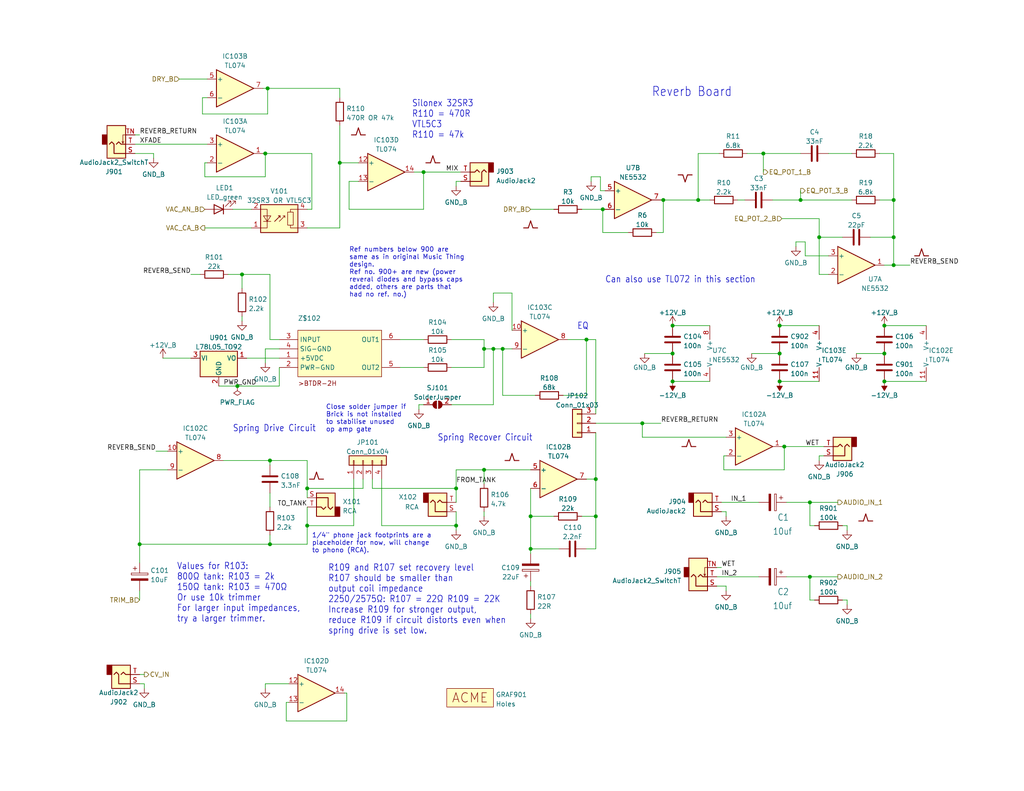
<source format=kicad_sch>
(kicad_sch (version 20211123) (generator eeschema)
  (paper "USLetter")
  (title_block (title "Spring Reverb Rev 2") (company "Music Thing Modular") (comment 1 "Kosmo version by Rich Holmes"))
  (lib_symbols
    (symbol "Amplifier_Operational:NE5532" (pin_names (offset 0.127))
      (property "Reference" "U" (at 0 5.08 0))
      (property "Value" "NE5532" (at 0 -5.08 0))
      (symbol "NE5532_1_1"
        (pin output line (at 7.62 0 180) (length 2.54) (name "~") (number "1"))
        (pin input line (at -7.62 -2.54 0) (length 2.54) (name "-") (number "2"))
        (pin input line (at -7.62 2.54 0) (length 2.54) (name "+") (number "3"))
      )
      (symbol "NE5532_2_1"
        (pin input line (at -7.62 2.54 0) (length 2.54) (name "+") (number "5"))
        (pin input line (at -7.62 -2.54 0) (length 2.54) (name "-") (number "6"))
        (pin output line (at 7.62 0 180) (length 2.54) (name "~") (number "7"))
      )
      (symbol "NE5532_3_1"
        (pin power_in line (at -2.54 -7.62 90) (length 3.81) (name "V-") (number "4"))
        (pin power_in line (at -2.54 7.62 270) (length 3.81) (name "V+") (number "8"))
      )
    )
    (symbol "Connector_Generic:Conn_01x03" (pin_names (offset 1.016) hide)
      (property "Reference" "J" (at 0 5.08 0))
      (property "Value" "Conn_01x03" (at 0 -5.08 0))
      (symbol "Conn_01x03_1_1"
        (pin passive line (at -5.08 2.54 0) (length 3.81) (name "Pin_1") (number "1"))
        (pin passive line (at -5.08 0 0) (length 3.81) (name "Pin_2") (number "2"))
        (pin passive line (at -5.08 -2.54 0) (length 3.81) (name "Pin_3") (number "3"))
      )
    )
    (symbol "Connector_Generic:Conn_01x04" (pin_names (offset 1.016) hide)
      (property "Reference" "J" (at 0 5.08 0))
      (property "Value" "Conn_01x04" (at 0 -7.62 0))
      (symbol "Conn_01x04_1_1"
        (pin passive line (at -5.08 2.54 0) (length 3.81) (name "Pin_1") (number "1"))
        (pin passive line (at -5.08 0 0) (length 3.81) (name "Pin_2") (number "2"))
        (pin passive line (at -5.08 -2.54 0) (length 3.81) (name "Pin_3") (number "3"))
        (pin passive line (at -5.08 -5.08 0) (length 3.81) (name "Pin_4") (number "4"))
      )
    )
    (symbol "Jumper:SolderJumper_2_Open" (pin_names (offset 0) hide)
      (property "Reference" "JP" (at 0 2.032 0))
      (property "Value" "SolderJumper_2_Open" (at 0 -2.54 0))
      (symbol "SolderJumper_2_Open_1_1"
        (pin passive line (at -3.81 0 0) (length 2.54) (name "A") (number "1"))
        (pin passive line (at 3.81 0 180) (length 2.54) (name "B") (number "2"))
      )
    )
    (symbol "SpringReverbRev2_combined-eagle-import:DOWN_PHASE_SPIKE")
    (symbol "SpringReverbRev2_combined-eagle-import:UP_PHASE_SPIKE")
    (symbol "aaaSpringReverb:+12V_B" (power) (pin_names (offset 0))
      (property "Value" "+12V_B" (at 0 3.556 0))
      (symbol "+12V_B_1_1"
        (pin power_in line (at 0 0 90) (length 0) hide (name "+12V_B") (number "1"))
      )
    )
    (symbol "aaaSpringReverb:-12V_B" (power) (pin_names (offset 0))
      (property "Value" "-12V_B" (at 0 3.81 0))
      (symbol "-12V_B_0_0"
        (pin power_in line (at 0 0 90) (length 0) hide (name "-12V_B") (number "1"))
      )
    )
    (symbol "aaaSpringReverb:BTDR-2H"
      (property "Reference" "Z$" (at -10.16 10.16 0))
      (symbol "BTDR-2H_1_0"
        (text ">BTDR-2H" (at -10.16 -7.62 0) (effects (font (size 1.27 1.27)) (justify left bottom)))
        (pin power_in line (at -15.24 0 0) (length 5.08) (name "+5VDC") (number "1"))
        (pin power_in line (at -15.24 -2.54 0) (length 5.08) (name "PWR-GND") (number "2"))
        (pin input line (at -15.24 5.08 0) (length 5.08) (name "INPUT") (number "3"))
        (pin power_in line (at -15.24 2.54 0) (length 5.08) (name "SIG-GND") (number "4"))
        (pin output line (at 17.78 -2.54 180) (length 5.08) (name "OUT2") (number "5"))
        (pin power_out line (at 17.78 5.08 180) (length 5.08) (name "OUT1") (number "6"))
      )
    )
    (symbol "aaaSpringReverb:GND_B" (power) (pin_names (offset 0))
      (property "Value" "GND_B" (at 0 -3.81 0))
      (symbol "GND_B_1_1"
        (pin power_in line (at 0 0 270) (length 0) hide (name "GND_B") (number "1"))
      )
    )
    (symbol "ao_symbols:AudioJack2"
      (property "Reference" "J" (at 0 8.89 0))
      (property "Value" "AudioJack2" (at 0 6.35 0))
      (symbol "AudioJack2_1_1"
        (pin passive line (at 5.08 2.54 180) (length 2.54) (name "~") (number "S"))
        (pin passive line (at 5.08 0 180) (length 2.54) (name "~") (number "T"))
      )
    )
    (symbol "ao_symbols:AudioJack2_SwitchT"
      (property "Reference" "J" (at 0 8.89 0))
      (property "Value" "AudioJack2_SwitchT" (at 0 6.35 0))
      (symbol "AudioJack2_SwitchT_1_1"
        (pin passive line (at 5.08 2.54 180) (length 2.54) (name "~") (number "S"))
        (pin passive line (at 5.08 0 180) (length 2.54) (name "~") (number "T"))
        (pin passive line (at 5.08 -2.54 180) (length 2.54) (name "~") (number "TN"))
      )
    )
    (symbol "ao_symbols:C" (pin_numbers hide) (pin_names (offset 0.254))
      (property "Reference" "C" (at 0.635 2.54 0))
      (property "Value" "C" (at 0.635 -2.54 0))
      (symbol "C_1_1"
        (pin passive line (at 0 3.81 270) (length 2.794) (name "~") (number "1"))
        (pin passive line (at 0 -3.81 90) (length 2.794) (name "~") (number "2"))
      )
    )
    (symbol "ao_symbols:CP" (pin_numbers hide) (pin_names (offset 0.254))
      (property "Reference" "C" (at 0.635 2.54 0))
      (property "Value" "CP" (at 0.635 -2.54 0))
      (symbol "CP_1_1"
        (pin passive line (at 0 3.81 270) (length 2.794) (name "~") (number "1"))
        (pin passive line (at 0 -3.81 90) (length 2.794) (name "~") (number "2"))
      )
    )
    (symbol "ao_symbols:Graphic" (pin_names (offset 1.016)) (in_bom no)
      (property "Reference" "GRAF" (at 0 -3.81 0))
      (property "Value" "Graphic" (at 0 3.81 0))
      (symbol "Graphic_0_0"
        (text "ACME" (at 0 0 0) (effects (font (size 2.54 2.54))))
      )
    )
    (symbol "ao_symbols:L78L05_TO92" (pin_names (offset 0.254))
      (property "Reference" "U" (at -3.81 3.175 0))
      (property "Value" "L78L05_TO92" (at 0 3.175 0))
      (symbol "L78L05_TO92_1_1"
        (pin power_out line (at 7.62 0 180) (length 2.54) (name "VO") (number "1"))
        (pin power_in line (at 0 -7.62 90) (length 2.54) (name "GND") (number "2"))
        (pin power_in line (at -7.62 0 0) (length 2.54) (name "VI") (number "3"))
      )
    )
    (symbol "ao_symbols:LED_green" (pin_numbers hide) (pin_names (offset 1.016) hide)
      (property "Reference" "D" (at 0 2.54 0))
      (property "Value" "LED_green" (at 0 -2.54 0))
      (symbol "LED_green_1_1"
        (pin passive line (at -3.81 0 0) (length 2.54) (name "K") (number "1"))
        (pin passive line (at 3.81 0 180) (length 2.54) (name "A") (number "2"))
      )
    )
    (symbol "ao_symbols:R" (pin_numbers hide) (pin_names (offset 0))
      (property "Reference" "R" (at 2.032 0 90))
      (property "Value" "R" (at 0 0 90))
      (symbol "R_1_1"
        (pin passive line (at 0 3.81 270) (length 1.27) (name "~") (number "1"))
        (pin passive line (at 0 -3.81 90) (length 1.27) (name "~") (number "2"))
      )
    )
    (symbol "ao_symbols:TL074" (pin_names (offset 0.127))
      (property "Reference" "U" (at 0 5.08 0))
      (property "Value" "TL074" (at 0 -5.08 0))
      (symbol "TL074_1_1"
        (pin output line (at 7.62 0 180) (length 2.54) (name "~") (number "1"))
        (pin input line (at -7.62 -2.54 0) (length 2.54) (name "-") (number "2"))
        (pin input line (at -7.62 2.54 0) (length 2.54) (name "+") (number "3"))
      )
      (symbol "TL074_2_1"
        (pin input line (at -7.62 2.54 0) (length 2.54) (name "+") (number "5"))
        (pin input line (at -7.62 -2.54 0) (length 2.54) (name "-") (number "6"))
        (pin output line (at 7.62 0 180) (length 2.54) (name "~") (number "7"))
      )
      (symbol "TL074_3_1"
        (pin input line (at -7.62 2.54 0) (length 2.54) (name "+") (number "10"))
        (pin output line (at 7.62 0 180) (length 2.54) (name "~") (number "8"))
        (pin input line (at -7.62 -2.54 0) (length 2.54) (name "-") (number "9"))
      )
      (symbol "TL074_4_1"
        (pin input line (at -7.62 2.54 0) (length 2.54) (name "+") (number "12"))
        (pin input line (at -7.62 -2.54 0) (length 2.54) (name "-") (number "13"))
        (pin output line (at 7.62 0 180) (length 2.54) (name "~") (number "14"))
      )
      (symbol "TL074_5_1"
        (pin power_in line (at -2.54 -7.62 90) (length 3.81) (name "V-") (number "11"))
        (pin power_in line (at -2.54 7.62 270) (length 3.81) (name "V+") (number "4"))
      )
    )
    (symbol "ao_symbols:Vactrol" (pin_names (offset 1.016) hide)
      (property "Reference" "U" (at 0 5.08 0))
      (property "Value" "Vactrol" (at 0 -5.08 0))
      (symbol "Vactrol_1_1"
        (pin passive line (at -7.62 2.54 0) (length 2.54) (name "-") (number "1"))
        (pin passive line (at -7.62 -2.54 0) (length 2.54) (name "+") (number "2"))
        (pin passive line (at 7.62 2.54 180) (length 2.54) (name "~") (number "3"))
        (pin passive line (at 7.62 -2.54 180) (length 2.54) (name "~") (number "4"))
      )
    )
    (symbol "power:PWR_FLAG" (power) (pin_numbers hide) (pin_names (offset 0) hide)
      (property "Value" "PWR_FLAG" (at 0 3.81 0))
      (symbol "PWR_FLAG_0_0"
        (pin power_out line (at 0 0 90) (length 0) (name "pwr") (number "1"))
      )
    )
  )
  (junction (at 183.515 96.52))
  (junction (at 132.08 95.25))
  (junction (at 183.515 88.9))
  (junction (at 175.26 115.57))
  (junction (at 241.3 88.9))
  (junction (at 144.78 149.86))
  (junction (at 212.725 104.14))
  (junction (at 124.46 143.51))
  (junction (at 72.39 41.91))
  (junction (at 38.1 148.59))
  (junction (at 223.52 64.77))
  (junction (at 243.84 54.61))
  (junction (at 180.975 54.61))
  (junction (at 64.77 105.41))
  (junction (at 137.16 95.25))
  (junction (at 134.62 95.25))
  (junction (at 144.78 140.97))
  (junction (at 164.465 57.15))
  (junction (at 212.725 96.52))
  (junction (at 212.725 88.9))
  (junction (at 162.56 130.81))
  (junction (at 73.66 125.73))
  (junction (at 83.82 143.51))
  (junction (at 160.02 92.71))
  (junction (at 220.98 157.48))
  (junction (at 73.66 148.59))
  (junction (at 66.04 74.93))
  (junction (at 162.56 140.97))
  (junction (at 132.08 128.27))
  (junction (at 213.995 121.92))
  (junction (at 115.57 46.99))
  (junction (at 83.82 133.35))
  (junction (at 220.98 137.16))
  (junction (at 92.71 44.45))
  (junction (at 190.5 54.61))
  (junction (at 183.515 104.14))
  (junction (at 218.44 54.61))
  (junction (at 241.3 96.52))
  (junction (at 243.84 72.39))
  (junction (at 124.46 133.35))
  (junction (at 241.3 104.14))
  (junction (at 208.28 41.91))
  (junction (at 73.025 24.13))
  (junction (at 243.84 64.77))
  (wire (pts (xy 62.23 74.93) (xy 66.04 74.93)))
  (wire (pts (xy 198.12 124.46) (xy 197.485 124.46)))
  (wire (pts (xy 158.75 140.97) (xy 162.56 140.97)))
  (wire (pts (xy 223.52 124.46) (xy 223.52 125.73)))
  (wire (pts (xy 72.39 95.25) (xy 72.39 99.06)))
  (wire (pts (xy 41.91 41.91) (xy 41.91 43.18)))
  (wire (pts (xy 252.73 88.9) (xy 241.3 88.9)))
  (wire (pts (xy 237.49 64.77) (xy 243.84 64.77)))
  (wire (pts (xy 218.44 52.07) (xy 218.44 54.61)))
  (wire (pts (xy 144.78 57.15) (xy 151.13 57.15)))
  (wire (pts (xy 124.46 133.35) (xy 124.46 128.27)))
  (wire (pts (xy 220.98 137.16) (xy 220.98 143.51)))
  (wire (pts (xy 55.88 48.26) (xy 72.39 48.26)))
  (wire (pts (xy 96.52 143.51) (xy 83.82 143.51)))
  (wire (pts (xy 218.44 54.61) (xy 210.82 54.61)))
  (wire (pts (xy 124.46 49.53) (xy 125.73 49.53)))
  (wire (pts (xy 101.6 133.35) (xy 124.46 133.35)))
  (wire (pts (xy 134.62 110.49) (xy 134.62 95.25)))
  (wire (pts (xy 139.7 95.25) (xy 137.16 95.25)))
  (wire (pts (xy 113.03 46.99) (xy 115.57 46.99)))
  (wire (pts (xy 124.46 137.16) (xy 124.46 133.35)))
  (wire (pts (xy 229.87 64.77) (xy 223.52 64.77)))
  (wire (pts (xy 218.44 54.61) (xy 232.41 54.61)))
  (wire (pts (xy 243.84 64.77) (xy 243.84 72.39)))
  (wire (pts (xy 160.02 92.71) (xy 162.56 92.71)))
  (wire (pts (xy 92.71 44.45) (xy 92.71 62.23)))
  (wire (pts (xy 180.34 115.57) (xy 175.26 115.57)))
  (wire (pts (xy 193.675 104.14) (xy 183.515 104.14)))
  (wire (pts (xy 83.82 62.23) (xy 92.71 62.23)))
  (wire (pts (xy 78.74 191.77) (xy 78.105 191.77)))
  (wire (pts (xy 83.82 138.43) (xy 83.82 143.51)))
  (wire (pts (xy 72.39 187.96) (xy 72.39 186.69)))
  (wire (pts (xy 124.46 128.27) (xy 132.08 128.27)))
  (wire (pts (xy 175.895 96.52) (xy 183.515 96.52)))
  (wire (pts (xy 208.28 46.99) (xy 208.28 41.91)))
  (wire (pts (xy 73.66 74.93) (xy 66.04 74.93)))
  (wire (pts (xy 193.675 88.9) (xy 183.515 88.9)))
  (wire (pts (xy 63.5 57.15) (xy 68.58 57.15)))
  (wire (pts (xy 134.62 80.01) (xy 134.62 82.55)))
  (wire (pts (xy 38.1 163.83) (xy 38.1 161.29)))
  (wire (pts (xy 160.02 130.81) (xy 162.56 130.81)))
  (wire (pts (xy 144.78 140.97) (xy 144.78 133.35)))
  (wire (pts (xy 198.12 160.02) (xy 195.58 160.02)))
  (wire (pts (xy 214.63 157.48) (xy 220.98 157.48)))
  (wire (pts (xy 179.07 63.5) (xy 180.975 63.5)))
  (wire (pts (xy 248.285 72.39) (xy 243.84 72.39)))
  (wire (pts (xy 164.465 63.5) (xy 164.465 57.15)))
  (wire (pts (xy 139.7 80.01) (xy 134.62 80.01)))
  (wire (pts (xy 104.14 130.81) (xy 104.14 143.51)))
  (wire (pts (xy 104.14 143.51) (xy 124.46 143.51)))
  (wire (pts (xy 213.995 128.27) (xy 213.995 121.92)))
  (wire (pts (xy 39.37 184.15) (xy 38.1 184.15)))
  (wire (pts (xy 55.88 62.23) (xy 68.58 62.23)))
  (wire (pts (xy 224.79 124.46) (xy 223.52 124.46)))
  (wire (pts (xy 72.39 41.91) (xy 71.755 41.91)))
  (wire (pts (xy 52.07 74.93) (xy 54.61 74.93)))
  (wire (pts (xy 83.82 133.35) (xy 83.82 135.89)))
  (wire (pts (xy 220.98 137.16) (xy 228.6 137.16)))
  (wire (pts (xy 66.04 86.36) (xy 66.04 87.63)))
  (wire (pts (xy 180.34 54.61) (xy 180.975 54.61)))
  (wire (pts (xy 96.52 130.81) (xy 96.52 143.51)))
  (wire (pts (xy 99.06 130.81) (xy 99.06 133.35)))
  (wire (pts (xy 229.87 163.83) (xy 231.14 163.83)))
  (wire (pts (xy 76.2 100.33) (xy 76.2 105.41)))
  (wire (pts (xy 252.73 104.14) (xy 241.3 104.14)))
  (wire (pts (xy 60.96 125.73) (xy 73.66 125.73)))
  (wire (pts (xy 213.995 121.92) (xy 224.79 121.92)))
  (wire (pts (xy 223.52 59.69) (xy 223.52 64.77)))
  (wire (pts (xy 132.08 128.27) (xy 144.78 128.27)))
  (wire (pts (xy 162.56 92.71) (xy 162.56 113.03)))
  (wire (pts (xy 137.16 95.25) (xy 137.16 107.95)))
  (wire (pts (xy 73.66 127) (xy 73.66 125.73)))
  (wire (pts (xy 205.105 96.52) (xy 212.725 96.52)))
  (wire (pts (xy 132.08 95.25) (xy 132.08 100.33)))
  (wire (pts (xy 78.105 196.85) (xy 94.615 196.85)))
  (wire (pts (xy 219.71 69.85) (xy 226.06 69.85)))
  (wire (pts (xy 144.78 167.64) (xy 144.78 168.91)))
  (wire (pts (xy 48.895 21.59) (xy 56.515 21.59)))
  (wire (pts (xy 39.37 186.69) (xy 39.37 187.96)))
  (wire (pts (xy 114.3 110.49) (xy 115.57 110.49)))
  (wire (pts (xy 154.94 92.71) (xy 160.02 92.71)))
  (wire (pts (xy 56.515 44.45) (xy 55.88 44.45)))
  (wire (pts (xy 95.25 57.15) (xy 95.25 49.53)))
  (wire (pts (xy 72.39 48.26) (xy 72.39 41.91)))
  (wire (pts (xy 175.26 119.38) (xy 175.26 115.57)))
  (wire (pts (xy 160.02 107.95) (xy 160.02 92.71)))
  (wire (pts (xy 144.78 160.02) (xy 144.78 158.75)))
  (wire (pts (xy 161.29 48.26) (xy 163.83 48.26)))
  (wire (pts (xy 226.06 41.91) (xy 232.41 41.91)))
  (wire (pts (xy 198.12 160.02) (xy 198.12 161.29)))
  (wire (pts (xy 163.83 48.26) (xy 163.83 52.07)))
  (wire (pts (xy 213.36 59.69) (xy 223.52 59.69)))
  (wire (pts (xy 139.7 90.17) (xy 139.7 80.01)))
  (wire (pts (xy 124.46 49.53) (xy 124.46 50.8)))
  (wire (pts (xy 214.63 137.16) (xy 220.98 137.16)))
  (wire (pts (xy 99.06 133.35) (xy 83.82 133.35)))
  (wire (pts (xy 132.08 128.27) (xy 132.08 132.08)))
  (wire (pts (xy 114.3 111.76) (xy 114.3 110.49)))
  (wire (pts (xy 94.615 189.23) (xy 93.98 189.23)))
  (wire (pts (xy 175.26 115.57) (xy 162.56 115.57)))
  (wire (pts (xy 197.485 128.27) (xy 213.995 128.27)))
  (wire (pts (xy 55.245 26.67) (xy 55.245 31.115)))
  (wire (pts (xy 115.57 57.15) (xy 115.57 46.99)))
  (wire (pts (xy 213.995 121.92) (xy 213.36 121.92)))
  (wire (pts (xy 73.66 92.71) (xy 73.66 74.93)))
  (wire (pts (xy 55.88 44.45) (xy 55.88 48.26)))
  (wire (pts (xy 198.12 139.7) (xy 196.85 139.7)))
  (wire (pts (xy 42.545 123.19) (xy 45.72 123.19)))
  (wire (pts (xy 73.66 138.43) (xy 73.66 134.62)))
  (wire (pts (xy 243.84 54.61) (xy 243.84 64.77)))
  (wire (pts (xy 73.025 31.115) (xy 73.025 24.13)))
  (wire (pts (xy 73.66 146.05) (xy 73.66 148.59)))
  (wire (pts (xy 220.98 157.48) (xy 220.98 163.83)))
  (wire (pts (xy 73.025 24.13) (xy 92.71 24.13)))
  (wire (pts (xy 164.465 63.5) (xy 171.45 63.5)))
  (wire (pts (xy 144.78 149.86) (xy 144.78 140.97)))
  (wire (pts (xy 73.66 148.59) (xy 38.1 148.59)))
  (wire (pts (xy 101.6 130.81) (xy 101.6 133.35)))
  (wire (pts (xy 115.57 46.99) (xy 125.73 46.99)))
  (wire (pts (xy 223.52 104.14) (xy 212.725 104.14)))
  (wire (pts (xy 201.295 54.61) (xy 203.2 54.61)))
  (wire (pts (xy 92.71 34.29) (xy 92.71 44.45)))
  (wire (pts (xy 72.39 186.69) (xy 78.74 186.69)))
  (wire (pts (xy 38.1 128.27) (xy 38.1 148.59)))
  (wire (pts (xy 85.09 57.15) (xy 83.82 57.15)))
  (wire (pts (xy 72.39 95.25) (xy 76.2 95.25)))
  (wire (pts (xy 231.14 143.51) (xy 231.14 144.78)))
  (wire (pts (xy 132.08 95.25) (xy 134.62 95.25)))
  (wire (pts (xy 83.82 143.51) (xy 83.82 148.59)))
  (wire (pts (xy 45.72 128.27) (xy 38.1 128.27)))
  (wire (pts (xy 223.52 88.9) (xy 212.725 88.9)))
  (wire (pts (xy 123.19 110.49) (xy 134.62 110.49)))
  (wire (pts (xy 39.37 186.69) (xy 38.1 186.69)))
  (wire (pts (xy 195.58 154.94) (xy 196.85 154.94)))
  (wire (pts (xy 132.08 92.71) (xy 132.08 95.25)))
  (wire (pts (xy 162.56 130.81) (xy 162.56 118.11)))
  (wire (pts (xy 195.58 157.48) (xy 207.01 157.48)))
  (wire (pts (xy 190.5 54.61) (xy 190.5 41.91)))
  (wire (pts (xy 243.84 54.61) (xy 243.84 41.91)))
  (wire (pts (xy 124.46 144.78) (xy 124.46 143.51)))
  (wire (pts (xy 163.83 52.07) (xy 165.1 52.07)))
  (wire (pts (xy 71.755 24.13) (xy 73.025 24.13)))
  (wire (pts (xy 198.12 119.38) (xy 175.26 119.38)))
  (wire (pts (xy 144.78 151.13) (xy 144.78 149.86)))
  (wire (pts (xy 56.515 26.67) (xy 55.245 26.67)))
  (wire (pts (xy 219.71 66.04) (xy 219.71 69.85)))
  (wire (pts (xy 220.98 157.48) (xy 228.6 157.48)))
  (wire (pts (xy 158.75 57.15) (xy 164.465 57.15)))
  (wire (pts (xy 64.77 105.41) (xy 59.69 105.41)))
  (wire (pts (xy 240.03 54.61) (xy 243.84 54.61)))
  (wire (pts (xy 180.975 54.61) (xy 190.5 54.61)))
  (wire (pts (xy 196.85 137.16) (xy 207.01 137.16)))
  (wire (pts (xy 132.08 140.97) (xy 132.08 139.7)))
  (wire (pts (xy 153.67 107.95) (xy 160.02 107.95)))
  (wire (pts (xy 73.66 125.73) (xy 83.82 125.73)))
  (wire (pts (xy 92.71 44.45) (xy 97.79 44.45)))
  (wire (pts (xy 92.71 26.67) (xy 92.71 24.13)))
  (wire (pts (xy 231.14 165.1) (xy 231.14 163.83)))
  (wire (pts (xy 76.2 92.71) (xy 73.66 92.71)))
  (wire (pts (xy 85.09 41.91) (xy 85.09 57.15)))
  (wire (pts (xy 233.68 96.52) (xy 241.3 96.52)))
  (wire (pts (xy 180.975 63.5) (xy 180.975 54.61)))
  (wire (pts (xy 220.98 143.51) (xy 222.25 143.51)))
  (wire (pts (xy 220.98 163.83) (xy 222.25 163.83)))
  (wire (pts (xy 95.25 49.53) (xy 97.79 49.53)))
  (wire (pts (xy 52.07 97.79) (xy 44.45 97.79)))
  (wire (pts (xy 144.78 140.97) (xy 151.13 140.97)))
  (wire (pts (xy 223.52 74.93) (xy 223.52 64.77)))
  (wire (pts (xy 197.485 124.46) (xy 197.485 128.27)))
  (wire (pts (xy 83.82 148.59) (xy 73.66 148.59)))
  (wire (pts (xy 152.4 149.86) (xy 144.78 149.86)))
  (wire (pts (xy 109.22 100.33) (xy 115.57 100.33)))
  (wire (pts (xy 124.46 143.51) (xy 124.46 139.7)))
  (wire (pts (xy 38.1 148.59) (xy 38.1 153.67)))
  (wire (pts (xy 162.56 149.86) (xy 162.56 140.97)))
  (wire (pts (xy 36.83 39.37) (xy 56.515 39.37)))
  (wire (pts (xy 240.03 41.91) (xy 243.84 41.91)))
  (wire (pts (xy 66.04 74.93) (xy 66.04 78.74)))
  (wire (pts (xy 243.84 72.39) (xy 241.3 72.39)))
  (wire (pts (xy 164.465 57.15) (xy 165.1 57.15)))
  (wire (pts (xy 162.56 140.97) (xy 162.56 130.81)))
  (wire (pts (xy 95.25 57.15) (xy 115.57 57.15)))
  (wire (pts (xy 83.82 125.73) (xy 83.82 133.35)))
  (wire (pts (xy 190.5 41.91) (xy 196.215 41.91)))
  (wire (pts (xy 160.02 149.86) (xy 162.56 149.86)))
  (wire (pts (xy 67.31 97.79) (xy 76.2 97.79)))
  (wire (pts (xy 218.44 41.91) (xy 208.28 41.91)))
  (wire (pts (xy 203.835 41.91) (xy 208.28 41.91)))
  (wire (pts (xy 36.83 41.91) (xy 41.91 41.91)))
  (wire (pts (xy 226.06 74.93) (xy 223.52 74.93)))
  (wire (pts (xy 38.1 36.83) (xy 36.83 36.83)))
  (wire (pts (xy 72.39 41.91) (xy 85.09 41.91)))
  (wire (pts (xy 123.19 100.33) (xy 132.08 100.33)))
  (wire (pts (xy 94.615 196.85) (xy 94.615 189.23)))
  (wire (pts (xy 55.245 31.115) (xy 73.025 31.115)))
  (wire (pts (xy 76.2 105.41) (xy 64.77 105.41)))
  (wire (pts (xy 137.16 107.95) (xy 146.05 107.95)))
  (wire (pts (xy 217.17 66.04) (xy 219.71 66.04)))
  (wire (pts (xy 198.12 139.7) (xy 198.12 140.97)))
  (wire (pts (xy 109.22 92.71) (xy 115.57 92.71)))
  (wire (pts (xy 217.17 67.31) (xy 217.17 66.04)))
  (wire (pts (xy 229.87 143.51) (xy 231.14 143.51)))
  (wire (pts (xy 78.105 191.77) (xy 78.105 196.85)))
  (wire (pts (xy 123.19 92.71) (xy 132.08 92.71)))
  (wire (pts (xy 190.5 54.61) (xy 193.675 54.61)))
  (wire (pts (xy 161.29 49.53) (xy 161.29 48.26)))
  (wire (pts (xy 134.62 95.25) (xy 137.16 95.25)))
  (text "Reverb Board" (at 177.8 26.67 180) (effects (font (size 2.54 2.159)) (justify left bottom)))
  (text "Close solder jumper if\nBrick is not installed\nto stabilise unused\nop amp gate" (at 88.9 118.11 0) (effects (font (size 1.27 1.27)) (justify left bottom)))
  (text "Can also use TL072 in this section" (at 165.1 77.47 180) (effects (font (size 1.778 1.5113)) (justify left bottom)))
  (text "R109 and R107 set recovery level\nR107 should be smaller than\noutput coil impedance\n2250/2575Ω: R107 = 22Ω R109 = 22K\nIncrease R109 for stronger output,\nreduce R109 if circuit distorts even when\nspring drive is set low." (at 89.535 173.355 0) (effects (font (size 1.778 1.5113)) (justify left bottom)))
  (text "EQ" (at 157.48 90.17 180) (effects (font (size 1.778 1.5113)) (justify left bottom)))
  (text "1/4\" phone jack footprints are a\nplaceholder for now, will change \nto phono (RCA)." (at 85.09 151.13 0) (effects (font (size 1.27 1.27)) (justify left bottom)))
  (text "Ref numbers below 900 are\nsame as in original Music Thing\ndesign.\nRef no. 900+ are new (power \nreveral diodes and bypass caps \nadded, others are parts that\nhad no ref. no.)" (at 95.25 81.28 0) (effects (font (size 1.27 1.27)) (justify left bottom)))
  (text "Silonex 32SR3\nR110 = 470R\nVTL5C3\nR110 = 47k" (at 112.395 27.305 180) (effects (font (size 1.778 1.5113)) (justify left top)))
  (text "Spring Recover Circuit" (at 119.38 120.65 180) (effects (font (size 1.778 1.5113)) (justify left bottom)))
  (text "Values for R103:\n800Ω tank: R103 = 2k\n150Ω tank: R103 = 470Ω\nOr use 10k trimmer\nFor larger input impedances,\ntry a larger trimmer." (at 48.26 153.67 0) (effects (font (size 1.778 1.5113)) (justify left top)))
  (text "Spring Drive Circuit" (at 63.5 118.11 180) (effects (font (size 1.778 1.5113)) (justify left bottom)))
  (label "PWR_GND" (at 60.96 105.41 0))
  (label "XFADE" (at 38.1 39.37 0))
  (label "REVERB_RETURN" (at 180.34 115.57 0))
  (label "IN_2" (at 196.85 157.48 0))
  (label "IN_1" (at 199.39 137.16 0))
  (label "REVERB_SEND" (at 248.285 72.39 0))
  (label "WET" (at 223.52 121.92 180))
  (label "WET" (at 196.85 154.94 0))
  (label "REVERB_SEND" (at 52.07 74.93 180) (effects (font (size 1.2446 1.2446))))
  (label "FROM_TANK" (at 124.46 132.08 0))
  (label "REVERB_SEND" (at 42.545 123.19 180))
  (label "TO_TANK" (at 83.82 138.43 180))
  (label "REVERB_RETURN" (at 38.1 36.83 0))
  (label "MIX" (at 125.095 46.99 180))
  (hierarchical_label "VAC_AN_B" (shape input) (at 55.88 57.15 180))
  (hierarchical_label "CV_IN" (shape output) (at 39.37 184.15 0))
  (hierarchical_label "EQ_POT_3_B" (shape output) (at 218.44 52.07 0))
  (hierarchical_label "TRIM_B" (shape input) (at 38.1 163.83 180))
  (hierarchical_label "VAC_CA_B" (shape output) (at 55.88 62.23 180))
  (hierarchical_label "AUDIO_IN_2" (shape output) (at 228.6 157.48 0))
  (hierarchical_label "DRY_B" (shape input) (at 144.78 57.15 180))
  (hierarchical_label "EQ_POT_1_B" (shape output) (at 208.28 46.99 0))
  (hierarchical_label "AUDIO_IN_1" (shape output) (at 228.6 137.16 0))
  (hierarchical_label "EQ_POT_2_B" (shape input) (at 213.36 59.69 180))
  (hierarchical_label "DRY_B" (shape input) (at 48.895 21.59 180))
  (symbol (lib_id "aaaSpringReverb:+12V_B") (at 212.725 88.9 0) (unit 1)
    (property "Reference" "#PWR0140" (effects hide))
    (property "Value" "+12V_B" (at 212.725 85.344 0))
  )
  (symbol (lib_id "ao_symbols:TL074") (at 86.36 189.23 0) (unit 4)
    (property "Reference" "IC102" (at 86.36 180.4502 0))
    (property "Value" "TL074" (at 86.36 182.9871 0))
    (property "Footprint" "ao_tht:DIP-14_W7.62mm_Socket_LongPads" (effects hide))
    (property "Vendor" "Tayda" (effects hide))
    (property "SKU" "A-1138" (effects hide))
  )
  (symbol (lib_id "ao_symbols:C") (at 212.725 100.33 0) (unit 1)
    (property "Reference" "C107" (at 215.646 99.4953 0) (effects (justify left)))
    (property "Value" "100n" (at 215.646 102.0322 0) (effects (justify left)))
    (property "Footprint" "ao_tht:C_Disc_D3.0mm_W1.6mm_P2.50mm" (effects hide))
    (property "Vendor" "Tayda" (effects hide))
  )
  (symbol (lib_id "ao_symbols:TL074") (at 226.06 96.52 0) (unit 5)
    (property "Reference" "IC103" (at 224.155 95.6853 0) (effects (justify left)))
    (property "Value" "TL074" (at 224.155 98.2222 0) (effects (justify left)))
    (property "Footprint" "ao_tht:DIP-14_W7.62mm_Socket_LongPads" (effects hide))
    (property "Vendor" "Tayda" (effects hide))
    (property "SKU" "A-1138" (effects hide))
  )
  (symbol (lib_id "aaaSpringReverb:-12V_B") (at 183.515 104.14 180) (unit 1)
    (property "Reference" "#PWR0125" (effects hide))
    (property "Value" "-12V_B" (at 183.515 107.95 0))
  )
  (symbol (lib_id "ao_symbols:C") (at 222.25 41.91 90) (unit 1)
    (property "Reference" "C4" (at 222.25 36.0512 90))
    (property "Value" "33nF" (at 222.25 38.5881 90))
    (property "Footprint" "ao_tht:C_Disc_D3.0mm_W1.6mm_P2.50mm" (effects hide))
    (property "Vendor" "Tayda" (effects hide))
  )
  (symbol (lib_id "ao_symbols:R") (at 226.06 163.83 90) (unit 1)
    (property "Reference" "R902" (at 226.06 159.1142 90))
    (property "Value" "100k" (at 226.06 161.6511 90))
    (property "Footprint" "ao_tht:R_Axial_DIN0207_L6.3mm_D2.5mm_P10.16mm_Horizontal" (effects hide))
    (property "Vendor" "Tayda" (effects hide))
  )
  (symbol (lib_id "SpringReverbRev2_combined-eagle-import:UP_PHASE_SPIKE") (at 97.79 36.83 0) (unit 1)
    (property "Reference" "#Z$105" (effects hide))
    (property "Value" "UP_PHASE_SPIKE" (effects hide))
  )
  (symbol (lib_id "aaaSpringReverb:GND_B") (at 175.895 96.52 0) (unit 1)
    (property "Reference" "#PWR0121" (effects hide))
    (property "Value" "GND_B" (at 175.895 100.33 0))
  )
  (symbol (lib_id "ao_symbols:TL074") (at 152.4 130.81 0) (unit 2)
    (property "Reference" "IC102" (at 152.4 122.0302 0))
    (property "Value" "TL074" (at 152.4 124.5671 0))
    (property "Footprint" "ao_tht:DIP-14_W7.62mm_Socket_LongPads" (effects hide))
    (property "Vendor" "Tayda" (effects hide))
    (property "SKU" "A-1138" (effects hide))
  )
  (symbol (lib_id "aaaSpringReverb:+12V_B") (at 183.515 88.9 0) (unit 1)
    (property "Reference" "#PWR0124" (effects hide))
    (property "Value" "+12V_B" (at 183.515 85.344 0))
  )
  (symbol (lib_id "aaaSpringReverb:GND_B") (at 223.52 125.73 0) (unit 1)
    (property "Reference" "#PWR0144" (effects hide))
    (property "Value" "GND_B" (at 223.52 130.1734 0))
  )
  (symbol (lib_id "power:PWR_FLAG") (at 64.77 105.41 180) (unit 1)
    (property "Reference" "#FLG0904" (effects hide))
    (property "Value" "PWR_FLAG" (at 64.77 109.8534 0))
  )
  (symbol (lib_id "SpringReverbRev2_combined-eagle-import:UP_PHASE_SPIKE") (at 144.78 62.23 0) (unit 1)
    (property "Reference" "#Z$1" (effects hide))
    (property "Value" "UP_PHASE_SPIKE" (effects hide))
  )
  (symbol (lib_id "aaaSpringReverb:GND_B") (at 144.78 168.91 0) (unit 1)
    (property "Reference" "#PWR0108" (effects hide))
    (property "Value" "GND_B" (at 144.78 173.3534 0))
  )
  (symbol (lib_id "ao_symbols:R") (at 175.26 63.5 90) (unit 1)
    (property "Reference" "R6" (at 175.26 58.7842 90))
    (property "Value" "10k" (at 175.26 61.3211 90))
    (property "Footprint" "ao_tht:R_Axial_DIN0207_L6.3mm_D2.5mm_P10.16mm_Horizontal" (effects hide))
    (property "Vendor" "Tayda" (effects hide))
  )
  (symbol (lib_id "ao_symbols:CP") (at 210.82 157.48 270) (unit 1)
    (property "Reference" "C2" (at 212.09 162.56 90) (effects (font (size 1.778 1.5113)) (justify left bottom)))
    (property "Value" "10uf" (at 210.82 166.37 90) (effects (font (size 1.778 1.5113)) (justify left bottom)))
    (property "Footprint" "ao_tht:CP_Radial_D6.3mm_P2.50mm" (effects hide))
    (property "Vendor" "Tayda" (effects hide))
  )
  (symbol (lib_id "aaaSpringReverb:GND_B") (at 39.37 187.96 0) (unit 1)
    (property "Reference" "#PWR0141" (effects hide))
    (property "Value" "GND_B" (at 39.37 192.4034 0))
  )
  (symbol (lib_id "ao_symbols:CP") (at 210.82 137.16 270) (unit 1)
    (property "Reference" "C1" (at 212.09 142.24 90) (effects (font (size 1.778 1.5113)) (justify left bottom)))
    (property "Value" "10uf" (at 210.82 146.05 90) (effects (font (size 1.778 1.5113)) (justify left bottom)))
    (property "Footprint" "ao_tht:CP_Radial_D6.3mm_P2.50mm" (effects hide))
    (property "Vendor" "Tayda" (effects hide))
  )
  (symbol (lib_id "ao_symbols:C") (at 156.21 149.86 90) (unit 1)
    (property "Reference" "C110" (at 156.21 144.0012 90))
    (property "Value" "2.2nF" (at 156.21 146.5381 90))
    (property "Footprint" "ao_tht:C_Disc_D3.0mm_W1.6mm_P2.50mm" (effects hide))
    (property "Vendor" "Tayda" (effects hide))
  )
  (symbol (lib_id "ao_symbols:Vactrol") (at 76.2 59.69 0) (mirror x) (unit 1)
    (property "Reference" "V101" (at 76.2 52.1802 0))
    (property "Value" "32SR3 OR VTL5C3" (at 76.2 54.7171 0))
    (property "Footprint" "OptoDevice:PerkinElmer_VTL5C" (effects hide))
    (property "Datasheet" "http://www.qsl.net/wa1ion/vactrol/vactrol.pdf" (effects hide))
  )
  (symbol (lib_id "ao_symbols:R") (at 149.86 107.95 90) (unit 1)
    (property "Reference" "R108" (at 149.86 103.2342 90))
    (property "Value" "68k" (at 149.86 105.7711 90))
    (property "Footprint" "ao_tht:R_Axial_DIN0207_L6.3mm_D2.5mm_P10.16mm_Horizontal" (effects hide))
    (property "Vendor" "Tayda" (effects hide))
  )
  (symbol (lib_id "ao_symbols:TL074") (at 53.34 125.73 0) (unit 3)
    (property "Reference" "IC102" (at 53.34 116.9502 0))
    (property "Value" "TL074" (at 53.34 119.4871 0))
    (property "Footprint" "ao_tht:DIP-14_W7.62mm_Socket_LongPads" (effects hide))
    (property "Vendor" "Tayda" (effects hide))
    (property "SKU" "A-1138" (effects hide))
  )
  (symbol (lib_id "ao_symbols:TL074") (at 147.32 92.71 0) (unit 3)
    (property "Reference" "IC103" (at 147.32 83.9302 0))
    (property "Value" "TL074" (at 147.32 86.4671 0))
    (property "Footprint" "ao_tht:DIP-14_W7.62mm_Socket_LongPads" (effects hide))
    (property "Vendor" "Tayda" (effects hide))
    (property "SKU" "A-1138" (effects hide))
  )
  (symbol (lib_id "aaaSpringReverb:GND_B") (at 132.08 140.97 0) (unit 1)
    (property "Reference" "#PWR0105" (effects hide))
    (property "Value" "GND_B" (at 132.08 145.4134 0))
  )
  (symbol (lib_id "ao_symbols:AudioJack2") (at 33.02 184.15 0) (mirror x) (unit 1)
    (property "Reference" "J902" (at 32.385 191.6598 0))
    (property "Value" "AudioJack2" (at 32.385 189.1229 0))
    (property "Footprint" "ao_tht:Jack_6.35mm_PJ_629HAN_slots" (effects hide))
    (property "Vendor" "Tayda" (effects hide))
    (property "SKU" "A-1121" (effects hide))
  )
  (symbol (lib_id "aaaSpringReverb:+12V_B") (at 241.3 88.9 0) (unit 1)
    (property "Reference" "#PWR0123" (effects hide))
    (property "Value" "+12V_B" (at 241.3 85.344 0))
  )
  (symbol (lib_id "aaaSpringReverb:-12V_B") (at 241.3 104.14 180) (unit 1)
    (property "Reference" "#PWR0116" (effects hide))
    (property "Value" "-12V_B" (at 241.3 107.95 0))
  )
  (symbol (lib_id "ao_symbols:AudioJack2") (at 88.9 138.43 0) (mirror y) (unit 1)
    (property "Reference" "X101" (at 93.472 136.9603 0) (effects (justify right)))
    (property "Value" "RCA" (at 93.472 139.4972 0) (effects (justify right)))
    (property "Footprint" "ao_tht:Jack_6.35mm_PJ_629HAN_slots" (effects hide))
    (property "Vendor" "Tayda" (effects hide))
    (property "SKU" "A-1121" (effects hide))
  )
  (symbol (lib_id "ao_symbols:C") (at 233.68 64.77 90) (unit 1)
    (property "Reference" "C5" (at 233.68 58.9112 90))
    (property "Value" "22pF" (at 233.68 61.4481 90))
    (property "Footprint" "ao_tht:C_Disc_D3.0mm_W1.6mm_P2.50mm" (effects hide))
    (property "Vendor" "Tayda" (effects hide))
  )
  (symbol (lib_id "aaaSpringReverb:GND_B") (at 41.91 43.18 0) (unit 1)
    (property "Reference" "#PWR0143" (effects hide))
    (property "Value" "GND_B" (at 41.91 47.6234 0))
  )
  (symbol (lib_id "SpringReverbRev2_combined-eagle-import:UP_PHASE_SPIKE") (at 187.96 121.92 0) (unit 1)
    (property "Reference" "#Z$104" (effects hide))
    (property "Value" "UP_PHASE_SPIKE" (effects hide))
  )
  (symbol (lib_id "ao_symbols:C") (at 207.01 54.61 90) (unit 1)
    (property "Reference" "C3" (at 207.01 48.7512 90))
    (property "Value" "33nF" (at 207.01 51.2881 90))
    (property "Footprint" "ao_tht:C_Disc_D3.0mm_W1.6mm_P2.50mm" (effects hide))
    (property "Vendor" "Tayda" (effects hide))
  )
  (symbol (lib_id "aaaSpringReverb:GND_B") (at 198.12 161.29 0) (unit 1)
    (property "Reference" "#PWR0146" (effects hide))
    (property "Value" "GND_B" (at 198.12 165.7334 0))
  )
  (symbol (lib_id "ao_symbols:TL074") (at 205.74 121.92 0) (unit 1)
    (property "Reference" "IC102" (at 205.74 113.1402 0))
    (property "Value" "TL074" (at 205.74 115.6771 0))
    (property "Footprint" "ao_tht:DIP-14_W7.62mm_Socket_LongPads" (effects hide))
    (property "Vendor" "Tayda" (effects hide))
    (property "SKU" "A-1138" (effects hide))
  )
  (symbol (lib_id "ao_symbols:R") (at 226.06 143.51 90) (unit 1)
    (property "Reference" "R901" (at 226.06 138.7942 90))
    (property "Value" "100k" (at 226.06 141.3311 90))
    (property "Footprint" "ao_tht:R_Axial_DIN0207_L6.3mm_D2.5mm_P10.16mm_Horizontal" (effects hide))
    (property "Vendor" "Tayda" (effects hide))
  )
  (symbol (lib_id "ao_symbols:AudioJack2_SwitchT") (at 190.5 157.48 0) (mirror x) (unit 1)
    (property "Reference" "J905" (at 185.9281 156.0103 0) (effects (justify right)))
    (property "Value" "AudioJack2_SwitchT" (at 185.9281 158.5472 0) (effects (justify right)))
    (property "Footprint" "ao_tht:Jack_6.35mm_PJ_629HAN_slots" (effects hide))
    (property "Vendor" "Tayda" (effects hide))
    (property "SKU" "A-1121" (effects hide))
  )
  (symbol (lib_id "aaaSpringReverb:GND_B") (at 161.29 49.53 0) (unit 1)
    (property "Reference" "#PWR0111" (effects hide))
    (property "Value" "GND_B" (at 161.29 53.9734 0))
  )
  (symbol (lib_id "Jumper:SolderJumper_2_Open") (at 119.38 110.49 0) (unit 1) (in_bom no)
    (property "Reference" "SJ101" (at 119.38 105.9012 0))
    (property "Value" "SolderJumper" (at 119.38 108.4381 0))
    (property "Footprint" "Jumper:SolderJumper-2_P1.3mm_Bridged_RoundedPad1.0x1.5mm" (effects hide))
  )
  (symbol (lib_id "aaaSpringReverb:GND_B") (at 231.14 144.78 0) (unit 1)
    (property "Reference" "#PWR0147" (effects hide))
    (property "Value" "GND_B" (at 231.14 149.2234 0))
  )
  (symbol (lib_id "aaaSpringReverb:GND_B") (at 217.17 67.31 0) (unit 1)
    (property "Reference" "#PWR0109" (effects hide))
    (property "Value" "GND_B" (at 217.17 71.7534 0))
  )
  (symbol (lib_id "ao_symbols:C") (at 241.3 100.33 0) (unit 1)
    (property "Reference" "C901" (at 244.221 99.4953 0) (effects (justify left)))
    (property "Value" "100n" (at 244.221 102.0322 0) (effects (justify left)))
    (property "Footprint" "ao_tht:C_Disc_D3.0mm_W1.6mm_P2.50mm" (effects hide))
    (property "Vendor" "Tayda" (effects hide))
  )
  (symbol (lib_id "ao_symbols:AudioJack2") (at 229.87 121.92 180) (unit 1)
    (property "Reference" "J906" (at 230.505 129.4298 0))
    (property "Value" "AudioJack2" (at 230.505 126.8929 0))
    (property "Footprint" "ao_tht:Jack_6.35mm_PJ_629HAN_slots" (effects hide))
    (property "Vendor" "Tayda" (effects hide))
    (property "SKU" "A-1121" (effects hide))
  )
  (symbol (lib_id "SpringReverbRev2_combined-eagle-import:UP_PHASE_SPIKE") (at 118.11 44.45 0) (unit 1)
    (property "Reference" "#Z$106" (effects hide))
    (property "Value" "UP_PHASE_SPIKE" (effects hide))
  )
  (symbol (lib_id "ao_symbols:R") (at 236.22 54.61 90) (unit 1)
    (property "Reference" "R19" (at 236.22 49.8942 90))
    (property "Value" "6.8k" (at 236.22 52.4311 90))
    (property "Footprint" "ao_tht:R_Axial_DIN0207_L6.3mm_D2.5mm_P10.16mm_Horizontal" (effects hide))
    (property "Vendor" "Tayda" (effects hide))
  )
  (symbol (lib_id "ao_symbols:R") (at 58.42 74.93 90) (unit 1)
    (property "Reference" "R101" (at 58.42 70.2142 90))
    (property "Value" "22k" (at 58.42 72.7511 90))
    (property "Footprint" "ao_tht:R_Axial_DIN0207_L6.3mm_D2.5mm_P10.16mm_Horizontal" (effects hide))
    (property "Vendor" "Tayda" (effects hide))
  )
  (symbol (lib_id "SpringReverbRev2_combined-eagle-import:UP_PHASE_SPIKE") (at 86.36 130.81 0) (unit 1)
    (property "Reference" "#Z$101" (effects hide))
    (property "Value" "UP_PHASE_SPIKE" (effects hide))
  )
  (symbol (lib_id "aaaSpringReverb:GND_B") (at 72.39 99.06 0) (unit 1)
    (property "Reference" "#PWR0103" (effects hide))
    (property "Value" "GND_B" (at 72.39 103.5034 0))
  )
  (symbol (lib_id "ao_symbols:R") (at 92.71 30.48 180) (unit 1)
    (property "Reference" "R110" (at 94.488 29.6453 0) (effects (justify right)))
    (property "Value" "470R OR 47k" (at 94.488 32.1822 0) (effects (justify right)))
    (property "Footprint" "ao_tht:R_Axial_DIN0207_L6.3mm_D2.5mm_P10.16mm_Horizontal" (effects hide))
    (property "Vendor" "Tayda" (effects hide))
  )
  (symbol (lib_id "ao_symbols:C") (at 73.66 130.81 0) (unit 1)
    (property "Reference" "C108" (at 76.581 129.9753 0) (effects (justify left)))
    (property "Value" "3.3nF" (at 76.581 132.5122 0) (effects (justify left)))
    (property "Footprint" "ao_tht:C_Disc_D3.0mm_W1.6mm_P2.50mm" (effects hide))
    (property "Vendor" "Tayda" (effects hide))
  )
  (symbol (lib_id "aaaSpringReverb:-12V_B") (at 212.725 104.14 180) (unit 1)
    (property "Reference" "#PWR0139" (effects hide))
    (property "Value" "-12V_B" (at 212.725 107.95 0))
  )
  (symbol (lib_id "ao_symbols:C") (at 241.3 92.71 0) (unit 1)
    (property "Reference" "C106" (at 244.221 91.8753 0) (effects (justify left)))
    (property "Value" "100n" (at 244.221 94.4122 0) (effects (justify left)))
    (property "Footprint" "ao_tht:C_Disc_D3.0mm_W1.6mm_P2.50mm" (effects hide))
    (property "Vendor" "Tayda" (effects hide))
  )
  (symbol (lib_id "SpringReverbRev2_combined-eagle-import:UP_PHASE_SPIKE") (at 251.46 69.85 0) (unit 1)
    (property "Reference" "#Z$4" (effects hide))
    (property "Value" "UP_PHASE_SPIKE" (effects hide))
  )
  (symbol (lib_id "aaaSpringReverb:+12V_B") (at 44.45 97.79 0) (unit 1)
    (property "Reference" "#PWR0102" (effects hide))
    (property "Value" "+12V_B" (at 44.45 94.234 0))
  )
  (symbol (lib_id "ao_symbols:R") (at 154.94 140.97 90) (unit 1)
    (property "Reference" "R109" (at 154.94 136.2542 90))
    (property "Value" "22k" (at 154.94 138.7911 90))
    (property "Footprint" "ao_tht:R_Axial_DIN0207_L6.3mm_D2.5mm_P10.16mm_Horizontal" (effects hide))
    (property "Vendor" "Tayda" (effects hide))
  )
  (symbol (lib_id "ao_symbols:R") (at 73.66 142.24 0) (unit 1)
    (property "Reference" "R103" (at 75.438 141.4053 0) (effects (justify left)))
    (property "Value" "2.2k" (at 75.438 143.9422 0) (effects (justify left)))
    (property "Footprint" "ao_tht:R_Axial_DIN0207_L6.3mm_D2.5mm_P10.16mm_Horizontal" (effects hide))
    (property "Vendor" "Tayda" (effects hide))
  )
  (symbol (lib_id "aaaSpringReverb:GND_B") (at 124.46 50.8 0) (unit 1)
    (property "Reference" "#PWR0142" (effects hide))
    (property "Value" "GND_B" (at 124.46 55.2434 0))
  )
  (symbol (lib_id "ao_symbols:TL074") (at 64.135 24.13 0) (unit 2)
    (property "Reference" "IC103" (at 64.135 15.3502 0))
    (property "Value" "TL074" (at 64.135 17.8871 0))
    (property "Footprint" "ao_tht:DIP-14_W7.62mm_Socket_LongPads" (effects hide))
    (property "Vendor" "Tayda" (effects hide))
    (property "SKU" "A-1138" (effects hide))
  )
  (symbol (lib_id "ao_symbols:R") (at 154.94 57.15 90) (unit 1)
    (property "Reference" "R3" (at 154.94 52.4342 90))
    (property "Value" "10k" (at 154.94 54.9711 90))
    (property "Footprint" "ao_tht:R_Axial_DIN0207_L6.3mm_D2.5mm_P10.16mm_Horizontal" (effects hide))
    (property "Vendor" "Tayda" (effects hide))
  )
  (symbol (lib_id "aaaSpringReverb:GND_B") (at 231.14 165.1 0) (unit 1)
    (property "Reference" "#PWR0148" (effects hide))
    (property "Value" "GND_B" (at 231.14 169.5434 0))
  )
  (symbol (lib_id "ao_symbols:R") (at 200.025 41.91 90) (unit 1)
    (property "Reference" "R11" (at 200.025 37.1942 90))
    (property "Value" "6.8k" (at 200.025 39.7311 90))
    (property "Footprint" "ao_tht:R_Axial_DIN0207_L6.3mm_D2.5mm_P10.16mm_Horizontal" (effects hide))
    (property "Vendor" "Tayda" (effects hide))
  )
  (symbol (lib_id "ao_symbols:C") (at 183.515 92.71 0) (unit 1)
    (property "Reference" "C104" (at 186.436 91.8753 0) (effects (justify left)))
    (property "Value" "100n" (at 186.436 94.4122 0) (effects (justify left)))
    (property "Footprint" "ao_tht:C_Disc_D3.0mm_W1.6mm_P2.50mm" (effects hide))
    (property "Vendor" "Tayda" (effects hide))
  )
  (symbol (lib_id "ao_symbols:AudioJack2") (at 119.38 137.16 0) (mirror x) (unit 1)
    (property "Reference" "X102" (at 113.792 135.6872 0) (effects (justify right)))
    (property "Value" "RCA" (at 114.3 138.43 0) (effects (justify right)))
    (property "Footprint" "ao_tht:Jack_6.35mm_PJ_629HAN_slots" (effects hide))
    (property "Vendor" "Tayda" (effects hide))
    (property "SKU" "A-1121" (effects hide))
  )
  (symbol (lib_id "ao_symbols:R") (at 132.08 135.89 0) (unit 1)
    (property "Reference" "R106" (at 133.858 135.0553 0) (effects (justify left)))
    (property "Value" "4.7k" (at 133.858 137.5922 0) (effects (justify left)))
    (property "Footprint" "ao_tht:R_Axial_DIN0207_L6.3mm_D2.5mm_P10.16mm_Horizontal" (effects hide))
    (property "Vendor" "Tayda" (effects hide))
  )
  (symbol (lib_id "ao_symbols:R") (at 119.38 100.33 90) (unit 1)
    (property "Reference" "R105" (at 119.38 95.6142 90))
    (property "Value" "10k" (at 119.38 98.1511 90))
    (property "Footprint" "ao_tht:R_Axial_DIN0207_L6.3mm_D2.5mm_P10.16mm_Horizontal" (effects hide))
    (property "Vendor" "Tayda" (effects hide))
  )
  (symbol (lib_id "aaaSpringReverb:GND_B") (at 205.105 96.52 0) (unit 1)
    (property "Reference" "#PWR0138" (effects hide))
    (property "Value" "GND_B" (at 205.105 100.33 0))
  )
  (symbol (lib_id "ao_symbols:AudioJack2") (at 130.81 46.99 180) (unit 1)
    (property "Reference" "J903" (at 135.382 46.7903 0) (effects (justify right)))
    (property "Value" "AudioJack2" (at 135.382 49.3272 0) (effects (justify right)))
    (property "Footprint" "ao_tht:Jack_6.35mm_PJ_629HAN_slots" (effects hide))
    (property "Vendor" "Tayda" (effects hide))
    (property "SKU" "A-1121" (effects hide))
  )
  (symbol (lib_id "ao_symbols:CP") (at 38.1 157.48 0) (unit 1)
    (property "Reference" "C101" (at 41.021 155.7563 0) (effects (justify left)))
    (property "Value" "10uF" (at 41.021 158.2932 0) (effects (justify left)))
    (property "Footprint" "ao_tht:CP_Radial_D6.3mm_P2.50mm" (effects hide))
    (property "Vendor" "Tayda" (effects hide))
  )
  (symbol (lib_id "ao_symbols:R") (at 119.38 92.71 90) (unit 1)
    (property "Reference" "R104" (at 119.38 87.9942 90))
    (property "Value" "10k" (at 119.38 90.5311 90))
    (property "Footprint" "ao_tht:R_Axial_DIN0207_L6.3mm_D2.5mm_P10.16mm_Horizontal" (effects hide))
    (property "Vendor" "Tayda" (effects hide))
  )
  (symbol (lib_id "ao_symbols:LED_green") (at 59.69 57.15 180) (unit 1)
    (property "Reference" "LED1" (at 61.2775 51.2912 0))
    (property "Value" "LED_green" (at 61.2775 53.8281 0))
    (property "Footprint" "ao_tht:LED_D5.0mm" (effects hide))
    (property "Vendor" "Tayda" (effects hide))
    (property "SKU" "A-1553" (effects hide))
  )
  (symbol (lib_id "ao_symbols:C") (at 183.515 100.33 0) (unit 1)
    (property "Reference" "C105" (at 186.436 99.4953 0) (effects (justify left)))
    (property "Value" "100n" (at 186.436 102.0322 0) (effects (justify left)))
    (property "Footprint" "ao_tht:C_Disc_D3.0mm_W1.6mm_P2.50mm" (effects hide))
    (property "Vendor" "Tayda" (effects hide))
  )
  (symbol (lib_id "SpringReverbRev2_combined-eagle-import:UP_PHASE_SPIKE") (at 236.22 142.24 0) (unit 1)
    (property "Reference" "#Z$901" (effects hide))
    (property "Value" "UP_PHASE_SPIKE" (effects hide))
  )
  (symbol (lib_id "ao_symbols:L78L05_TO92") (at 59.69 97.79 0) (unit 1)
    (property "Reference" "U901" (at 59.69 92.1852 0))
    (property "Value" "L78L05_TO92" (at 59.69 94.7221 0))
    (property "Footprint" "ao_tht:TO-92_Inline_Wide" (effects hide))
    (property "Datasheet" "http://www.st.com/content/ccc/resource/technical/document/datasheet/15/55/e5/aa/23/5b/43/fd/CD00000446.pdf/files/CD00000446.pdf/jcr:content/translations/en.CD00000446.pdf" (effects hide))
    (property "Vendor" "Tayda" (effects hide))
    (property "SKU" "A-176" (effects hide))
  )
  (symbol (lib_id "ao_symbols:AudioJack2") (at 191.77 137.16 0) (mirror x) (unit 1)
    (property "Reference" "J904" (at 187.1981 136.9603 0) (effects (justify right)))
    (property "Value" "AudioJack2" (at 187.1981 139.4972 0) (effects (justify right)))
    (property "Footprint" "ao_tht:Jack_6.35mm_PJ_629HAN_slots" (effects hide))
    (property "Vendor" "Tayda" (effects hide))
    (property "SKU" "A-1121" (effects hide))
  )
  (symbol (lib_id "ao_symbols:R") (at 197.485 54.61 90) (unit 1)
    (property "Reference" "R10" (at 197.485 49.8942 90))
    (property "Value" "2.2k" (at 197.485 52.4311 90))
    (property "Footprint" "ao_tht:R_Axial_DIN0207_L6.3mm_D2.5mm_P10.16mm_Horizontal" (effects hide))
    (property "Vendor" "Tayda" (effects hide))
  )
  (symbol (lib_id "ao_symbols:R") (at 66.04 82.55 0) (unit 1)
    (property "Reference" "R102" (at 67.818 81.7153 0) (effects (justify left)))
    (property "Value" "2.2k" (at 67.818 84.2522 0) (effects (justify left)))
    (property "Footprint" "ao_tht:R_Axial_DIN0207_L6.3mm_D2.5mm_P10.16mm_Horizontal" (effects hide))
    (property "Vendor" "Tayda" (effects hide))
  )
  (symbol (lib_id "ao_symbols:R") (at 236.22 41.91 90) (unit 1)
    (property "Reference" "R18" (at 236.22 37.1942 90))
    (property "Value" "2.2k" (at 236.22 39.7311 90))
    (property "Footprint" "ao_tht:R_Axial_DIN0207_L6.3mm_D2.5mm_P10.16mm_Horizontal" (effects hide))
    (property "Vendor" "Tayda" (effects hide))
  )
  (symbol (lib_id "SpringReverbRev2_combined-eagle-import:UP_PHASE_SPIKE") (at 139.7 125.73 0) (unit 1)
    (property "Reference" "#Z$103" (effects hide))
    (property "Value" "UP_PHASE_SPIKE" (effects hide))
  )
  (symbol (lib_id "aaaSpringReverb:GND_B") (at 66.04 87.63 0) (unit 1)
    (property "Reference" "#PWR0104" (effects hide))
    (property "Value" "GND_B" (at 66.04 92.0734 0))
  )
  (symbol (lib_id "Amplifier_Operational:NE5532") (at 233.68 72.39 0) (unit 1)
    (property "Reference" "U7" (at 238.76 76.2031 0))
    (property "Value" "NE5532" (at 238.76 78.74 0))
    (property "Footprint" "ao_tht:DIP-8_W7.62mm_Socket_LongPads" (effects hide))
    (property "Datasheet" "http://www.ti.com/lit/ds/symlink/ne5532.pdf" (effects hide))
  )
  (symbol (lib_id "Connector_Generic:Conn_01x04") (at 99.06 125.73 90) (unit 1)
    (property "Reference" "JP101" (at 100.33 120.7602 90))
    (property "Value" "Conn_01x04" (at 100.33 123.2971 90))
    (property "Footprint" "Connector_Molex:Molex_KK-254_AE-6410-04A_1x04_P2.54mm_Vertical" (effects hide))
  )
  (symbol (lib_id "aaaSpringReverb:GND_B") (at 134.62 82.55 0) (unit 1)
    (property "Reference" "#PWR0101" (effects hide))
    (property "Value" "GND_B" (at 134.62 86.9934 0))
  )
  (symbol (lib_id "ao_symbols:Graphic") (at 128.27 190.5 0) (unit 1) (in_bom no)
    (property "Reference" "GRAF901" (at 135.255 189.6653 0) (effects (justify left)))
    (property "Value" "Holes" (at 135.255 192.2022 0) (effects (justify left)))
    (property "Footprint" "springreverb:springreverb_panel_holes" (effects hide))
    (property "Config" "DNF" (effects hide))
  )
  (symbol (lib_id "Amplifier_Operational:NE5532") (at 196.215 96.52 0) (unit 3)
    (property "Reference" "U7" (at 194.31 95.6853 0) (effects (justify left)))
    (property "Value" "NE5532" (at 194.31 98.2222 0) (effects (justify left)))
    (property "Footprint" "ao_tht:DIP-8_W7.62mm_Socket_LongPads" (effects hide))
    (property "Datasheet" "http://www.ti.com/lit/ds/symlink/ne5532.pdf" (effects hide))
  )
  (symbol (lib_id "aaaSpringReverb:BTDR-2H") (at 91.44 97.79 0) (unit 1)
    (property "Reference" "Z$102" (at 81.28 87.63 0) (effects (justify left bottom)))
    (property "Value" "BTDR-2H" (effects hide))
    (property "Footprint" "springreverb:BTDR-2H" (effects hide))
  )
  (symbol (lib_id "Connector_Generic:Conn_01x03") (at 157.48 115.57 180) (unit 1)
    (property "Reference" "JP102" (at 157.48 108.0602 0))
    (property "Value" "Conn_01x03" (at 157.48 110.5971 0))
    (property "Footprint" "ao_tht:Molex_KK-254_AE-6410-03A_1x03_P2.54mm_Vertical" (effects hide))
  )
  (symbol (lib_id "ao_symbols:CP") (at 144.78 154.94 0) (mirror x) (unit 1)
    (property "Reference" "C109" (at 141.859 154.9943 0) (effects (justify right)))
    (property "Value" "22uF" (at 141.859 157.5312 0) (effects (justify right)))
    (property "Footprint" "ao_tht:CP_Radial_D6.3mm_P2.50mm" (effects hide))
    (property "Vendor" "Tayda" (effects hide))
  )
  (symbol (lib_id "SpringReverbRev2_combined-eagle-import:DOWN_PHASE_SPIKE") (at 186.944 47.752 0) (unit 1)
    (property "Reference" "#Z$2" (effects hide))
    (property "Value" "DOWN_PHASE_SPIKE" (effects hide))
  )
  (symbol (lib_id "aaaSpringReverb:GND_B") (at 124.46 144.78 0) (unit 1)
    (property "Reference" "#PWR0106" (effects hide))
    (property "Value" "GND_B" (at 124.46 149.2234 0))
  )
  (symbol (lib_id "ao_symbols:TL074") (at 255.27 96.52 0) (unit 5)
    (property "Reference" "IC102" (at 253.365 95.6853 0) (effects (justify left)))
    (property "Value" "TL074" (at 253.365 98.2222 0) (effects (justify left)))
    (property "Footprint" "ao_tht:DIP-14_W7.62mm_Socket_LongPads" (effects hide))
    (property "Vendor" "Tayda" (effects hide))
    (property "SKU" "A-1138" (effects hide))
  )
  (symbol (lib_id "aaaSpringReverb:GND_B") (at 72.39 187.96 0) (unit 1)
    (property "Reference" "#PWR0110" (effects hide))
    (property "Value" "GND_B" (at 72.39 192.4034 0))
  )
  (symbol (lib_id "ao_symbols:TL074") (at 64.135 41.91 0) (unit 1)
    (property "Reference" "IC103" (at 64.135 33.1302 0))
    (property "Value" "TL074" (at 64.135 35.6671 0))
    (property "Footprint" "ao_tht:DIP-14_W7.62mm_Socket_LongPads" (effects hide))
    (property "Vendor" "Tayda" (effects hide))
    (property "SKU" "A-1138" (effects hide))
  )
  (symbol (lib_id "ao_symbols:R") (at 144.78 163.83 0) (unit 1)
    (property "Reference" "R107" (at 146.558 162.9953 0) (effects (justify left)))
    (property "Value" "22R" (at 146.558 165.5322 0) (effects (justify left)))
    (property "Footprint" "ao_tht:R_Axial_DIN0207_L6.3mm_D2.5mm_P10.16mm_Horizontal" (effects hide))
    (property "Vendor" "Tayda" (effects hide))
  )
  (symbol (lib_id "ao_symbols:C") (at 212.725 92.71 0) (unit 1)
    (property "Reference" "C902" (at 215.646 91.8753 0) (effects (justify left)))
    (property "Value" "100n" (at 215.646 94.4122 0) (effects (justify left)))
    (property "Footprint" "ao_tht:C_Disc_D3.0mm_W1.6mm_P2.50mm" (effects hide))
    (property "Vendor" "Tayda" (effects hide))
  )
  (symbol (lib_id "aaaSpringReverb:GND_B") (at 233.68 96.52 0) (unit 1)
    (property "Reference" "#PWR0117" (effects hide))
    (property "Value" "GND_B" (at 233.68 100.33 0))
  )
  (symbol (lib_id "ao_symbols:AudioJack2_SwitchT") (at 31.75 39.37 0) (mirror x) (unit 1)
    (property "Reference" "J901" (at 31.115 46.8798 0))
    (property "Value" "AudioJack2_SwitchT" (at 31.115 44.3429 0))
    (property "Footprint" "ao_tht:Jack_6.35mm_PJ_629HAN_slots" (effects hide))
    (property "Vendor" "Tayda" (effects hide))
    (property "SKU" "A-1121" (effects hide))
  )
  (symbol (lib_id "Amplifier_Operational:NE5532") (at 172.72 54.61 0) (unit 2)
    (property "Reference" "U7" (at 172.72 45.8302 0))
    (property "Value" "NE5532" (at 172.72 48.3671 0))
    (property "Footprint" "ao_tht:DIP-8_W7.62mm_Socket_LongPads" (effects hide))
    (property "Datasheet" "http://www.ti.com/lit/ds/symlink/ne5532.pdf" (effects hide))
  )
  (symbol (lib_id "ao_symbols:TL074") (at 105.41 46.99 0) (unit 4)
    (property "Reference" "IC103" (at 105.41 38.2102 0))
    (property "Value" "TL074" (at 105.41 40.7471 0))
    (property "Footprint" "ao_tht:DIP-14_W7.62mm_Socket_LongPads" (effects hide))
    (property "Vendor" "Tayda" (effects hide))
    (property "SKU" "A-1138" (effects hide))
  )
  (symbol (lib_id "aaaSpringReverb:GND_B") (at 114.3 111.76 0) (unit 1)
    (property "Reference" "#PWR0107" (effects hide))
    (property "Value" "GND_B" (at 114.3 116.2034 0))
  )
  (symbol (lib_id "aaaSpringReverb:GND_B") (at 198.12 140.97 0) (unit 1)
    (property "Reference" "#PWR0145" (effects hide))
    (property "Value" "GND_B" (at 198.12 145.4134 0))
  )
)
</source>
